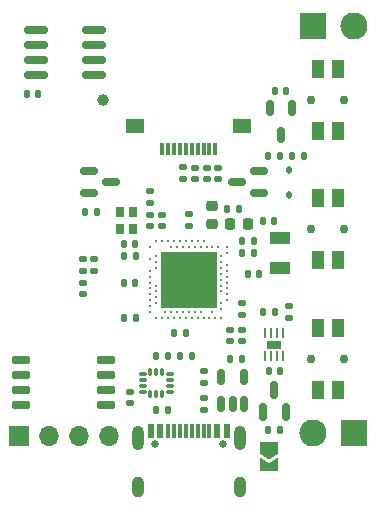
<source format=gbr>
%TF.GenerationSoftware,KiCad,Pcbnew,7.0.1*%
%TF.CreationDate,2024-04-01T23:51:06+01:00*%
%TF.ProjectId,Hardware,48617264-7761-4726-952e-6b696361645f,rev?*%
%TF.SameCoordinates,Original*%
%TF.FileFunction,Soldermask,Bot*%
%TF.FilePolarity,Negative*%
%FSLAX46Y46*%
G04 Gerber Fmt 4.6, Leading zero omitted, Abs format (unit mm)*
G04 Created by KiCad (PCBNEW 7.0.1) date 2024-04-01 23:51:06*
%MOMM*%
%LPD*%
G01*
G04 APERTURE LIST*
G04 Aperture macros list*
%AMRoundRect*
0 Rectangle with rounded corners*
0 $1 Rounding radius*
0 $2 $3 $4 $5 $6 $7 $8 $9 X,Y pos of 4 corners*
0 Add a 4 corners polygon primitive as box body*
4,1,4,$2,$3,$4,$5,$6,$7,$8,$9,$2,$3,0*
0 Add four circle primitives for the rounded corners*
1,1,$1+$1,$2,$3*
1,1,$1+$1,$4,$5*
1,1,$1+$1,$6,$7*
1,1,$1+$1,$8,$9*
0 Add four rect primitives between the rounded corners*
20,1,$1+$1,$2,$3,$4,$5,0*
20,1,$1+$1,$4,$5,$6,$7,0*
20,1,$1+$1,$6,$7,$8,$9,0*
20,1,$1+$1,$8,$9,$2,$3,0*%
%AMFreePoly0*
4,1,6,1.000000,0.000000,0.500000,-0.750000,-0.500000,-0.750000,-0.500000,0.750000,0.500000,0.750000,1.000000,0.000000,1.000000,0.000000,$1*%
%AMFreePoly1*
4,1,6,0.500000,-0.750000,-0.650000,-0.750000,-0.150000,0.000000,-0.650000,0.750000,0.500000,0.750000,0.500000,-0.750000,0.500000,-0.750000,$1*%
G04 Aperture macros list end*
%ADD10RoundRect,0.135000X-0.185000X0.135000X-0.185000X-0.135000X0.185000X-0.135000X0.185000X0.135000X0*%
%ADD11RoundRect,0.140000X0.140000X0.170000X-0.140000X0.170000X-0.140000X-0.170000X0.140000X-0.170000X0*%
%ADD12RoundRect,0.140000X-0.170000X0.140000X-0.170000X-0.140000X0.170000X-0.140000X0.170000X0.140000X0*%
%ADD13R,0.300000X1.000000*%
%ADD14R,1.650000X1.300000*%
%ADD15RoundRect,0.218750X-0.218750X-0.256250X0.218750X-0.256250X0.218750X0.256250X-0.218750X0.256250X0*%
%ADD16R,2.300000X2.300000*%
%ADD17O,2.300000X2.300000*%
%ADD18RoundRect,0.140000X-0.140000X-0.170000X0.140000X-0.170000X0.140000X0.170000X-0.140000X0.170000X0*%
%ADD19RoundRect,0.150000X-0.150000X0.512500X-0.150000X-0.512500X0.150000X-0.512500X0.150000X0.512500X0*%
%ADD20RoundRect,0.087500X0.225000X0.087500X-0.225000X0.087500X-0.225000X-0.087500X0.225000X-0.087500X0*%
%ADD21RoundRect,0.087500X0.087500X0.225000X-0.087500X0.225000X-0.087500X-0.225000X0.087500X-0.225000X0*%
%ADD22RoundRect,0.135000X-0.135000X-0.185000X0.135000X-0.185000X0.135000X0.185000X-0.135000X0.185000X0*%
%ADD23FreePoly0,270.000000*%
%ADD24FreePoly1,270.000000*%
%ADD25RoundRect,0.150000X0.825000X0.150000X-0.825000X0.150000X-0.825000X-0.150000X0.825000X-0.150000X0*%
%ADD26RoundRect,0.135000X0.135000X0.185000X-0.135000X0.185000X-0.135000X-0.185000X0.135000X-0.185000X0*%
%ADD27R,0.800000X0.900000*%
%ADD28RoundRect,0.150000X0.150000X-0.587500X0.150000X0.587500X-0.150000X0.587500X-0.150000X-0.587500X0*%
%ADD29C,0.750000*%
%ADD30R,1.000000X1.550000*%
%ADD31RoundRect,0.150000X0.150000X-0.512500X0.150000X0.512500X-0.150000X0.512500X-0.150000X-0.512500X0*%
%ADD32C,0.250000*%
%ADD33R,4.850000X4.850000*%
%ADD34RoundRect,0.140000X0.170000X-0.140000X0.170000X0.140000X-0.170000X0.140000X-0.170000X-0.140000X0*%
%ADD35R,1.800000X1.000000*%
%ADD36RoundRect,0.112500X0.112500X-0.187500X0.112500X0.187500X-0.112500X0.187500X-0.112500X-0.187500X0*%
%ADD37RoundRect,0.135000X0.185000X-0.135000X0.185000X0.135000X-0.185000X0.135000X-0.185000X-0.135000X0*%
%ADD38RoundRect,0.147500X0.172500X-0.147500X0.172500X0.147500X-0.172500X0.147500X-0.172500X-0.147500X0*%
%ADD39RoundRect,0.225000X0.250000X-0.225000X0.250000X0.225000X-0.250000X0.225000X-0.250000X-0.225000X0*%
%ADD40RoundRect,0.150000X-0.587500X-0.150000X0.587500X-0.150000X0.587500X0.150000X-0.587500X0.150000X0*%
%ADD41R,1.700000X1.700000*%
%ADD42O,1.700000X1.700000*%
%ADD43RoundRect,0.150000X0.650000X0.150000X-0.650000X0.150000X-0.650000X-0.150000X0.650000X-0.150000X0*%
%ADD44C,0.650000*%
%ADD45R,0.600000X1.240000*%
%ADD46R,0.300000X1.240000*%
%ADD47O,1.000000X1.800000*%
%ADD48O,1.000000X2.100000*%
%ADD49RoundRect,0.150000X0.587500X0.150000X-0.587500X0.150000X-0.587500X-0.150000X0.587500X-0.150000X0*%
%ADD50C,1.000000*%
%ADD51RoundRect,0.062500X0.062500X-0.325000X0.062500X0.325000X-0.062500X0.325000X-0.062500X-0.325000X0*%
%ADD52R,1.200000X0.800000*%
G04 APERTURE END LIST*
D10*
%TO.C,R7*%
X203250000Y-87740000D03*
X203250000Y-88760000D03*
%TD*%
D11*
%TO.C,C35*%
X202980000Y-69500000D03*
X202020000Y-69500000D03*
%TD*%
%TO.C,C19*%
X202500000Y-93250000D03*
X201540000Y-93250000D03*
%TD*%
%TO.C,C15*%
X190250000Y-88750000D03*
X189290000Y-88750000D03*
%TD*%
D12*
%TO.C,C9*%
X186750000Y-83770000D03*
X186750000Y-84730000D03*
%TD*%
%TO.C,C36*%
X189750000Y-95020000D03*
X189750000Y-95980000D03*
%TD*%
D13*
%TO.C,J2*%
X192500000Y-74400000D03*
X193000000Y-74400000D03*
X193500000Y-74400000D03*
X194000000Y-74400000D03*
X194500000Y-74400000D03*
X195000000Y-74400000D03*
X195500000Y-74400000D03*
X196000000Y-74400000D03*
X196500000Y-74400000D03*
X197000000Y-74400000D03*
D14*
X190225000Y-72500000D03*
X199275000Y-72500000D03*
%TD*%
D15*
%TO.C,L3*%
X198212500Y-80750000D03*
X199787500Y-80750000D03*
%TD*%
D16*
%TO.C,J4*%
X208750000Y-98500000D03*
D17*
X205250000Y-98500000D03*
%TD*%
D18*
%TO.C,C1*%
X198020000Y-79500000D03*
X198980000Y-79500000D03*
%TD*%
D19*
%TO.C,U4*%
X201600000Y-71000000D03*
X203500000Y-71000000D03*
X202550000Y-73275000D03*
%TD*%
D20*
%TO.C,U5*%
X193162500Y-93500000D03*
X193162500Y-94000000D03*
X193162500Y-94500000D03*
X193162500Y-95000000D03*
D21*
X192500000Y-95162500D03*
X192000000Y-95162500D03*
X191500000Y-95162500D03*
D20*
X190837500Y-95000000D03*
X190837500Y-94500000D03*
X190837500Y-94000000D03*
X190837500Y-93500000D03*
D21*
X191500000Y-93337500D03*
X192000000Y-93337500D03*
X192500000Y-93337500D03*
%TD*%
D18*
%TO.C,C14*%
X193520000Y-90000000D03*
X194480000Y-90000000D03*
%TD*%
D22*
%TO.C,R9*%
X198240000Y-92250000D03*
X199260000Y-92250000D03*
%TD*%
D23*
%TO.C,JP1*%
X201500000Y-99775000D03*
D24*
X201500000Y-101225000D03*
%TD*%
D11*
%TO.C,C2*%
X190230000Y-82500000D03*
X189270000Y-82500000D03*
%TD*%
D18*
%TO.C,C37*%
X181020000Y-69750000D03*
X181980000Y-69750000D03*
%TD*%
D25*
%TO.C,U6*%
X186725000Y-64345000D03*
X186725000Y-65615000D03*
X186725000Y-66885000D03*
X186725000Y-68155000D03*
X181775000Y-68155000D03*
X181775000Y-66885000D03*
X181775000Y-65615000D03*
X181775000Y-64345000D03*
%TD*%
D12*
%TO.C,C13*%
X199250000Y-87520000D03*
X199250000Y-88480000D03*
%TD*%
D26*
%TO.C,R1*%
X193010000Y-96500000D03*
X191990000Y-96500000D03*
%TD*%
D18*
%TO.C,C16*%
X201020000Y-80500000D03*
X201980000Y-80500000D03*
%TD*%
D22*
%TO.C,R8*%
X200990000Y-88250000D03*
X202010000Y-88250000D03*
%TD*%
D27*
%TO.C,Y1*%
X188950000Y-81200000D03*
X188950000Y-79800000D03*
X190050000Y-79800000D03*
X190050000Y-81200000D03*
%TD*%
D28*
%TO.C,Q4*%
X202950000Y-96687500D03*
X201050000Y-96687500D03*
X202000000Y-94812500D03*
%TD*%
D29*
%TO.C,SW1*%
X205125000Y-81250000D03*
X207875000Y-81250000D03*
D30*
X207350000Y-83875000D03*
X207350000Y-78625000D03*
X205650000Y-83875000D03*
X205650000Y-78625000D03*
%TD*%
D22*
%TO.C,R6*%
X191990000Y-92000000D03*
X193010000Y-92000000D03*
%TD*%
D18*
%TO.C,C12*%
X199270000Y-82250000D03*
X200230000Y-82250000D03*
%TD*%
D31*
%TO.C,U2*%
X199400000Y-96025000D03*
X198450000Y-96025000D03*
X197500000Y-96025000D03*
X197500000Y-93750000D03*
X199400000Y-93750000D03*
%TD*%
D32*
%TO.C,U1*%
X196000000Y-82250000D03*
X195500000Y-82250000D03*
X195000000Y-82250000D03*
X194500000Y-82250000D03*
X194000000Y-82250000D03*
X193500000Y-82250000D03*
X193000000Y-82250000D03*
X192500000Y-82250000D03*
X192000000Y-82250000D03*
X191500000Y-87750000D03*
X197500000Y-88000000D03*
X196750000Y-88250000D03*
X195750000Y-88250000D03*
X195250000Y-88250000D03*
X194750000Y-88250000D03*
X194250000Y-88250000D03*
X193750000Y-88250000D03*
X193250000Y-88250000D03*
X192750000Y-88250000D03*
X191500000Y-88250000D03*
X197500000Y-88750000D03*
X197000000Y-88750000D03*
X196500000Y-88750000D03*
X196000000Y-88750000D03*
X195500000Y-88750000D03*
X195000000Y-88750000D03*
X194500000Y-88750000D03*
X194000000Y-88750000D03*
X193500000Y-88750000D03*
X193000000Y-88750000D03*
X192500000Y-88750000D03*
X192000000Y-88750000D03*
X198000000Y-82750000D03*
X197250000Y-82750000D03*
X196750000Y-82750000D03*
X196250000Y-82750000D03*
X195750000Y-82750000D03*
X195250000Y-82750000D03*
X194750000Y-82750000D03*
X194250000Y-82750000D03*
X193750000Y-82750000D03*
X193250000Y-82750000D03*
X191500000Y-82750000D03*
X198000000Y-83250000D03*
X197500000Y-83500000D03*
X192000000Y-83500000D03*
X191500000Y-83750000D03*
D33*
X194750000Y-85500000D03*
D32*
X197500000Y-84000000D03*
X192000000Y-84000000D03*
X198000000Y-84250000D03*
X197500000Y-84500000D03*
X192000000Y-84500000D03*
X198000000Y-84750000D03*
X191500000Y-84750000D03*
X197500000Y-85000000D03*
X198000000Y-85250000D03*
X191500000Y-85250000D03*
X197500000Y-85500000D03*
X198000000Y-85750000D03*
X191500000Y-85750000D03*
X197500000Y-86000000D03*
X192000000Y-86000000D03*
X198000000Y-86250000D03*
X191500000Y-86250000D03*
X197500000Y-86500000D03*
X192000000Y-86500000D03*
X198000000Y-86750000D03*
X191500000Y-86750000D03*
X192000000Y-87000000D03*
X198000000Y-87250000D03*
X191500000Y-87250000D03*
X197500000Y-87500000D03*
X192000000Y-87500000D03*
%TD*%
D12*
%TO.C,C22*%
X197250000Y-76020000D03*
X197250000Y-76980000D03*
%TD*%
D10*
%TO.C,R14*%
X194750000Y-79980000D03*
X194750000Y-81000000D03*
%TD*%
D34*
%TO.C,C18*%
X192500000Y-81000000D03*
X192500000Y-80040000D03*
%TD*%
D12*
%TO.C,C21*%
X196250000Y-76020000D03*
X196250000Y-76980000D03*
%TD*%
D26*
%TO.C,R10*%
X202510000Y-98250000D03*
X201490000Y-98250000D03*
%TD*%
D35*
%TO.C,Y2*%
X202500000Y-84500000D03*
X202500000Y-82000000D03*
%TD*%
D26*
%TO.C,R3*%
X202510000Y-75000000D03*
X201490000Y-75000000D03*
%TD*%
D34*
%TO.C,C3*%
X191500000Y-80980000D03*
X191500000Y-80020000D03*
%TD*%
D36*
%TO.C,D1*%
X203250000Y-78350000D03*
X203250000Y-76250000D03*
%TD*%
D37*
%TO.C,R2*%
X196000000Y-96510000D03*
X196000000Y-95490000D03*
%TD*%
D12*
%TO.C,C10*%
X199250000Y-89770000D03*
X199250000Y-90730000D03*
%TD*%
D18*
%TO.C,C8*%
X199270000Y-83250000D03*
X200230000Y-83250000D03*
%TD*%
D38*
%TO.C,L1*%
X185750000Y-84735000D03*
X185750000Y-83765000D03*
%TD*%
D12*
%TO.C,C31*%
X196000000Y-93270000D03*
X196000000Y-94230000D03*
%TD*%
D11*
%TO.C,C5*%
X190230000Y-85750000D03*
X189270000Y-85750000D03*
%TD*%
D26*
%TO.C,R4*%
X195010000Y-92000000D03*
X193990000Y-92000000D03*
%TD*%
D11*
%TO.C,C34*%
X204480000Y-75000000D03*
X203520000Y-75000000D03*
%TD*%
D29*
%TO.C,SW2*%
X205125000Y-70250000D03*
X207875000Y-70250000D03*
D30*
X207350000Y-72875000D03*
X207350000Y-67625000D03*
X205650000Y-72875000D03*
X205650000Y-67625000D03*
%TD*%
D18*
%TO.C,C17*%
X199770000Y-85000000D03*
X200730000Y-85000000D03*
%TD*%
D39*
%TO.C,C4*%
X196750000Y-80775000D03*
X196750000Y-79225000D03*
%TD*%
D40*
%TO.C,Q2*%
X186312500Y-78200000D03*
X186312500Y-76300000D03*
X188187500Y-77250000D03*
%TD*%
D12*
%TO.C,C20*%
X195250000Y-76040000D03*
X195250000Y-77000000D03*
%TD*%
D16*
%TO.C,J5*%
X205250000Y-64000000D03*
D17*
X208750000Y-64000000D03*
%TD*%
D12*
%TO.C,C6*%
X185750000Y-85770000D03*
X185750000Y-86730000D03*
%TD*%
%TO.C,C11*%
X198250000Y-89770000D03*
X198250000Y-90730000D03*
%TD*%
D41*
%TO.C,J3*%
X180375000Y-98750000D03*
D42*
X182915000Y-98750000D03*
X185455000Y-98750000D03*
X187995000Y-98750000D03*
%TD*%
D43*
%TO.C,U7*%
X187750000Y-92345000D03*
X187750000Y-93615000D03*
X187750000Y-94885000D03*
X187750000Y-96155000D03*
X180550000Y-96155000D03*
X180550000Y-94885000D03*
X180550000Y-93615000D03*
X180550000Y-92345000D03*
%TD*%
D29*
%TO.C,SW3*%
X205125000Y-92250000D03*
X207875000Y-92250000D03*
D30*
X207350000Y-94875000D03*
X207350000Y-89625000D03*
X205650000Y-94875000D03*
X205650000Y-89625000D03*
%TD*%
D44*
%TO.C,J1*%
X197640000Y-99395000D03*
X191860000Y-99395000D03*
D45*
X197950000Y-98275000D03*
X197150000Y-98275000D03*
D46*
X196000000Y-98275000D03*
X195000000Y-98275000D03*
X194500000Y-98275000D03*
X193500000Y-98275000D03*
D45*
X192350000Y-98275000D03*
X191550000Y-98275000D03*
X191550000Y-98275000D03*
X192350000Y-98275000D03*
D46*
X193000000Y-98275000D03*
X194000000Y-98275000D03*
X195500000Y-98275000D03*
X196500000Y-98275000D03*
D45*
X197150000Y-98275000D03*
X197950000Y-98275000D03*
D47*
X199070000Y-103075000D03*
D48*
X199070000Y-98875000D03*
D47*
X190430000Y-103075000D03*
D48*
X190430000Y-98875000D03*
%TD*%
D22*
%TO.C,R11*%
X185990000Y-79750000D03*
X187010000Y-79750000D03*
%TD*%
D37*
%TO.C,R5*%
X194250000Y-77010000D03*
X194250000Y-75990000D03*
%TD*%
D11*
%TO.C,C7*%
X190250000Y-83500000D03*
X189290000Y-83500000D03*
%TD*%
D49*
%TO.C,Q1*%
X200687500Y-76300000D03*
X200687500Y-78200000D03*
X198812500Y-77250000D03*
%TD*%
D50*
%TO.C,TP2*%
X187500000Y-70250000D03*
%TD*%
D51*
%TO.C,U3*%
X202700000Y-92000000D03*
X202200000Y-92000000D03*
X201700000Y-92000000D03*
X201200000Y-92000000D03*
X201200000Y-90025000D03*
X201700000Y-90025000D03*
X202200000Y-90025000D03*
X202700000Y-90025000D03*
D52*
X201950000Y-91012500D03*
%TD*%
D37*
%TO.C,R15*%
X191500000Y-79010000D03*
X191500000Y-77990000D03*
%TD*%
M02*

</source>
